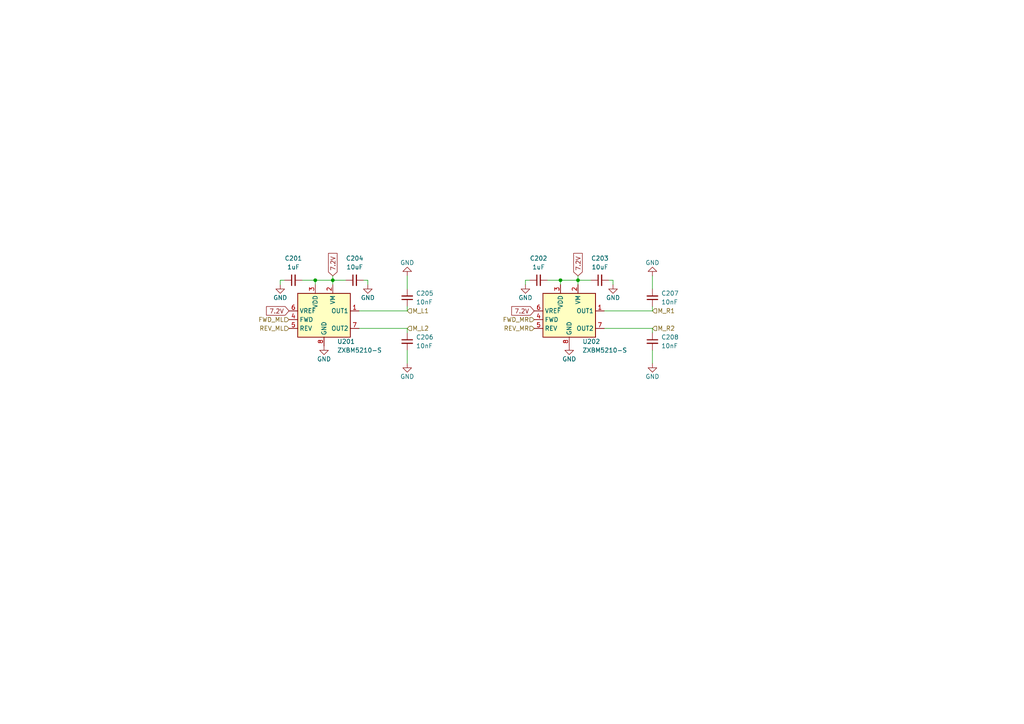
<source format=kicad_sch>
(kicad_sch (version 20230121) (generator eeschema)
  (paper "A4")
  (title_block (title "robot") (date "2023-09-19") (rev "Dorian, Gael, Clément, Laksan") (company "ENSEA"))
  (lib_symbols
    (symbol "Device:C_Small" (pin_numbers hide) (pin_names (offset 0.254) hide)
      (property "Reference" "C" (at 0.254 1.778 0))
      (property "Value" "C_Small" (at 0.254 -2.032 0))
      (symbol "C_Small_0_1"
        (polyline (pts (xy -1.524 -0.508) (xy 1.524 -0.508)) (stroke (width 0.3302)))
        (polyline (pts (xy -1.524 0.508) (xy 1.524 0.508)) (stroke (width 0.3048)))
      )
      (symbol "C_Small_1_1"
        (pin passive line (at 0 2.54 270) (length 2.032) (name "~") (number "1"))
        (pin passive line (at 0 -2.54 90) (length 2.032) (name "~") (number "2"))
      )
    )
    (symbol "Driver_Motor:ZXBM5210-S"
      (property "Reference" "U" (at -7.62 8.89 0))
      (property "Value" "ZXBM5210-S" (at 10.16 8.89 0))
      (symbol "ZXBM5210-S_0_0"
        (pin output line (at 10.16 2.54 180) (length 2.54) (name "OUT1") (number "1"))
        (pin power_in line (at 2.54 10.16 270) (length 2.54) (name "VM") (number "2"))
        (pin power_in line (at -2.54 10.16 270) (length 2.54) (name "VDD") (number "3"))
        (pin input line (at -10.16 0 0) (length 2.54) (name "FWD") (number "4"))
        (pin input line (at -10.16 -2.54 0) (length 2.54) (name "REV") (number "5"))
        (pin input line (at -10.16 2.54 0) (length 2.54) (name "VREF") (number "6"))
        (pin output line (at 10.16 -2.54 180) (length 2.54) (name "OUT2") (number "7"))
        (pin power_in line (at 0 -7.62 90) (length 2.54) (name "GND") (number "8"))
      )
      (symbol "ZXBM5210-S_0_1"
        (rectangle (start -7.62 7.62) (end 7.62 -5.08) (stroke (width 0.254)) (fill (type background)))
      )
    )
    (symbol "power:GND" (power) (pin_names (offset 0))
      (property "Value" "GND" (at 0 -3.81 0))
      (symbol "GND_0_1"
        (polyline (pts (xy 0 0) (xy 0 -1.27) (xy 1.27 -1.27) (xy 0 -2.54) (xy -1.27 -1.27) (xy 0 -1.27)))
      )
      (symbol "GND_1_1"
        (pin power_in line (at 0 0 270) (length 0) hide (name "GND") (number "1"))
      )
    )
  )
  (junction (at 91.44 81.28))
  (junction (at 96.52 81.28))
  (junction (at 167.64 81.28))
  (junction (at 162.56 81.28))
  (wire (pts (xy 189.23 101.6) (xy 189.23 105.41)))
  (wire (pts (xy 162.56 81.28) (xy 167.64 81.28)))
  (wire (pts (xy 167.64 81.28) (xy 171.45 81.28)))
  (wire (pts (xy 118.11 80.01) (xy 118.11 83.82)))
  (wire (pts (xy 189.23 90.17) (xy 175.26 90.17)))
  (wire (pts (xy 118.11 96.52) (xy 118.11 95.25)))
  (wire (pts (xy 81.28 81.28) (xy 81.28 82.55)))
  (wire (pts (xy 91.44 81.28) (xy 96.52 81.28)))
  (wire (pts (xy 152.4 81.28) (xy 152.4 82.55)))
  (wire (pts (xy 189.23 95.25) (xy 175.26 95.25)))
  (wire (pts (xy 105.41 81.28) (xy 106.68 81.28)))
  (wire (pts (xy 82.55 81.28) (xy 81.28 81.28)))
  (wire (pts (xy 167.64 80.01) (xy 167.64 81.28)))
  (wire (pts (xy 96.52 81.28) (xy 96.52 82.55)))
  (wire (pts (xy 118.11 90.17) (xy 104.14 90.17)))
  (wire (pts (xy 189.23 80.01) (xy 189.23 83.82)))
  (wire (pts (xy 162.56 82.55) (xy 162.56 81.28)))
  (wire (pts (xy 96.52 81.28) (xy 100.33 81.28)))
  (wire (pts (xy 118.11 101.6) (xy 118.11 105.41)))
  (wire (pts (xy 158.75 81.28) (xy 162.56 81.28)))
  (wire (pts (xy 96.52 80.01) (xy 96.52 81.28)))
  (wire (pts (xy 176.53 81.28) (xy 177.8 81.28)))
  (wire (pts (xy 189.23 96.52) (xy 189.23 95.25)))
  (wire (pts (xy 106.68 81.28) (xy 106.68 82.55)))
  (wire (pts (xy 153.67 81.28) (xy 152.4 81.28)))
  (wire (pts (xy 177.8 81.28) (xy 177.8 82.55)))
  (wire (pts (xy 91.44 82.55) (xy 91.44 81.28)))
  (wire (pts (xy 118.11 88.9) (xy 118.11 90.17)))
  (wire (pts (xy 87.63 81.28) (xy 91.44 81.28)))
  (wire (pts (xy 118.11 95.25) (xy 104.14 95.25)))
  (wire (pts (xy 189.23 88.9) (xy 189.23 90.17)))
  (wire (pts (xy 167.64 81.28) (xy 167.64 82.55)))
  (global_label "7.2V" (shape input) (at 83.82 90.17 180) (property "Intersheetrefs" "${INTERSHEET_REFS}" (effects hide)))
  (global_label "7.2V" (shape input) (at 96.52 80.01 90) (property "Intersheetrefs" "${INTERSHEET_REFS}" (effects hide)))
  (global_label "7.2V" (shape input) (at 154.94 90.17 180) (property "Intersheetrefs" "${INTERSHEET_REFS}" (effects hide)))
  (global_label "7.2V" (shape input) (at 167.64 80.01 90) (property "Intersheetrefs" "${INTERSHEET_REFS}" (effects hide)))
  (hierarchical_label "M_L1" (shape input) (at 118.11 90.17 0))
  (hierarchical_label "REV_MR" (shape input) (at 154.94 95.25 180))
  (hierarchical_label "REV_ML" (shape input) (at 83.82 95.25 180))
  (hierarchical_label "M_R1" (shape input) (at 189.23 90.17 0))
  (hierarchical_label "M_L2" (shape input) (at 118.11 95.25 0))
  (hierarchical_label "M_R2" (shape input) (at 189.23 95.25 0))
  (hierarchical_label "FWD_ML" (shape input) (at 83.82 92.71 180))
  (hierarchical_label "FWD_MR" (shape input) (at 154.94 92.71 180))
  (symbol (lib_id "Driver_Motor:ZXBM5210-S") (at 93.98 92.71 0) (unit 1)
    (property "Reference" "U201" (at 97.79 99.06 0) (effects (justify left)))
    (property "Value" "ZXBM5210-S" (at 97.79 101.6 0) (effects (justify left)))
    (property "Footprint" "Package_SO:SOIC-8_3.9x4.9mm_P1.27mm" (effects hide))
    (property "Datasheet" "https://www.diodes.com/assets/Datasheets/ZXBM5210.pdf" (effects hide))
    (instances (project "robot" (path "" (reference "U201") (unit 1))) (project "robot" (path "" (reference "U301") (unit 1))) (project "Moteur" (path "" (reference "U201") (unit 1))))
  )
  (symbol (lib_id "Device:C_Small") (at 85.09 81.28 90) (unit 1)
    (property "Reference" "C201" (at 85.0963 74.93 90))
    (property "Value" "1uF" (at 85.0963 77.47 90))
    (property "Footprint" "Capacitor_SMD:C_0603_1608Metric_Pad1.08x0.95mm_HandSolder" (effects hide))
    (instances (project "robot" (path "" (reference "C201") (unit 1))) (project "robot" (path "" (reference "C301") (unit 1))) (project "Moteur" (path "" (reference "C201") (unit 1))))
  )
  (symbol (lib_id "power:GND") (at 189.23 80.01 180) (unit 1)
    (property "Reference" "#PWR0207" (effects hide))
    (property "Value" "GND" (at 189.23 76.2 0))
    (instances (project "robot" (path "" (reference "#PWR0207") (unit 1))) (project "robot" (path "" (reference "#PWR0310") (unit 1))) (project "Moteur" (path "" (reference "#PWR0207") (unit 1))))
  )
  (symbol (lib_id "Driver_Motor:ZXBM5210-S") (at 165.1 92.71 0) (unit 1)
    (property "Reference" "U202" (at 168.91 99.06 0) (effects (justify left)))
    (property "Value" "ZXBM5210-S" (at 168.91 101.6 0) (effects (justify left)))
    (property "Footprint" "Package_SO:SOIC-8_3.9x4.9mm_P1.27mm" (effects hide))
    (property "Datasheet" "https://www.diodes.com/assets/Datasheets/ZXBM5210.pdf" (effects hide))
    (instances (project "robot" (path "" (reference "U202") (unit 1))) (project "robot" (path "" (reference "U302") (unit 1))) (project "Moteur" (path "" (reference "U202") (unit 1))))
  )
  (symbol (lib_id "power:GND") (at 165.1 100.33 0) (unit 1)
    (property "Reference" "#PWR0203" (effects hide))
    (property "Value" "GND" (at 165.1 104.14 0))
    (instances (project "robot" (path "" (reference "#PWR0203") (unit 1))) (project "robot" (path "" (reference "#PWR0305") (unit 1))) (project "Moteur" (path "" (reference "#PWR0203") (unit 1))))
  )
  (symbol (lib_id "power:GND") (at 152.4 82.55 0) (unit 1)
    (property "Reference" "#PWR0202" (effects hide))
    (property "Value" "GND" (at 152.4 86.36 0))
    (instances (project "robot" (path "" (reference "#PWR0202") (unit 1))) (project "robot" (path "" (reference "#PWR0304") (unit 1))) (project "Moteur" (path "" (reference "#PWR0202") (unit 1))))
  )
  (symbol (lib_id "Device:C_Small") (at 173.99 81.28 90) (unit 1)
    (property "Reference" "C203" (at 173.9963 74.93 90))
    (property "Value" "10uF" (at 173.9963 77.47 90))
    (property "Footprint" "Capacitor_SMD:C_0603_1608Metric_Pad1.08x0.95mm_HandSolder" (effects hide))
    (instances (project "robot" (path "" (reference "C203") (unit 1))) (project "robot" (path "" (reference "C306") (unit 1))) (project "Moteur" (path "" (reference "C203") (unit 1))))
  )
  (symbol (lib_id "Device:C_Small") (at 118.11 86.36 180) (unit 1)
    (property "Reference" "C205" (at 120.65 85.0836 0) (effects (justify right)))
    (property "Value" "10nF" (at 120.65 87.6236 0) (effects (justify right)))
    (property "Footprint" "Capacitor_SMD:C_0603_1608Metric_Pad1.08x0.95mm_HandSolder" (effects hide))
    (instances (project "robot" (path "" (reference "C205") (unit 1))) (project "robot" (path "" (reference "C303") (unit 1))) (project "Moteur" (path "" (reference "C205") (unit 1))))
  )
  (symbol (lib_id "Device:C_Small") (at 118.11 99.06 0) (unit 1)
    (property "Reference" "C206" (at 120.65 97.7963 0) (effects (justify left)))
    (property "Value" "10nF" (at 120.65 100.3363 0) (effects (justify left)))
    (property "Footprint" "Capacitor_SMD:C_0603_1608Metric_Pad1.08x0.95mm_HandSolder" (effects hide))
    (instances (project "robot" (path "" (reference "C206") (unit 1))) (project "robot" (path "" (reference "C304") (unit 1))) (project "Moteur" (path "" (reference "C206") (unit 1))))
  )
  (symbol (lib_id "power:GND") (at 81.28 82.55 0) (unit 1)
    (property "Reference" "#PWR0205" (effects hide))
    (property "Value" "GND" (at 81.28 86.36 0))
    (instances (project "robot" (path "" (reference "#PWR0205") (unit 1))) (project "robot" (path "" (reference "#PWR0301") (unit 1))) (project "Moteur" (path "" (reference "#PWR0205") (unit 1))))
  )
  (symbol (lib_id "power:GND") (at 118.11 80.01 180) (unit 1)
    (property "Reference" "#PWR0207" (effects hide))
    (property "Value" "GND" (at 118.11 76.2 0))
    (instances (project "robot" (path "" (reference "#PWR0207") (unit 1))) (project "robot" (path "" (reference "#PWR0308") (unit 1))) (project "Moteur" (path "" (reference "#PWR0207") (unit 1))))
  )
  (symbol (lib_id "power:GND") (at 106.68 82.55 0) (unit 1)
    (property "Reference" "#PWR0207" (effects hide))
    (property "Value" "GND" (at 106.68 86.36 0))
    (instances (project "robot" (path "" (reference "#PWR0207") (unit 1))) (project "robot" (path "" (reference "#PWR0303") (unit 1))) (project "Moteur" (path "" (reference "#PWR0207") (unit 1))))
  )
  (symbol (lib_id "Device:C_Small") (at 102.87 81.28 90) (unit 1)
    (property "Reference" "C204" (at 102.8763 74.93 90))
    (property "Value" "10uF" (at 102.8763 77.47 90))
    (property "Footprint" "Capacitor_SMD:C_0603_1608Metric_Pad1.08x0.95mm_HandSolder" (effects hide))
    (instances (project "robot" (path "" (reference "C204") (unit 1))) (project "robot" (path "" (reference "C302") (unit 1))) (project "Moteur" (path "" (reference "C204") (unit 1))))
  )
  (symbol (lib_id "power:GND") (at 177.8 82.55 0) (unit 1)
    (property "Reference" "#PWR0204" (effects hide))
    (property "Value" "GND" (at 177.8 86.36 0))
    (instances (project "robot" (path "" (reference "#PWR0204") (unit 1))) (project "robot" (path "" (reference "#PWR0306") (unit 1))) (project "Moteur" (path "" (reference "#PWR0204") (unit 1))))
  )
  (symbol (lib_id "power:GND") (at 118.11 105.41 0) (unit 1)
    (property "Reference" "#PWR0207" (effects hide))
    (property "Value" "GND" (at 118.11 109.22 0))
    (instances (project "robot" (path "" (reference "#PWR0207") (unit 1))) (project "robot" (path "" (reference "#PWR0307") (unit 1))) (project "Moteur" (path "" (reference "#PWR0207") (unit 1))))
  )
  (symbol (lib_id "Device:C_Small") (at 189.23 99.06 0) (unit 1)
    (property "Reference" "C208" (at 191.77 97.7963 0) (effects (justify left)))
    (property "Value" "10nF" (at 191.77 100.3363 0) (effects (justify left)))
    (property "Footprint" "Capacitor_SMD:C_0603_1608Metric_Pad1.08x0.95mm_HandSolder" (effects hide))
    (instances (project "robot" (path "" (reference "C208") (unit 1))) (project "robot" (path "" (reference "C308") (unit 1))) (project "Moteur" (path "" (reference "C208") (unit 1))))
  )
  (symbol (lib_id "power:GND") (at 93.98 100.33 0) (unit 1)
    (property "Reference" "#PWR0201" (effects hide))
    (property "Value" "GND" (at 93.98 104.14 0))
    (instances (project "robot" (path "" (reference "#PWR0201") (unit 1))) (project "robot" (path "" (reference "#PWR0302") (unit 1))) (project "Moteur" (path "" (reference "#PWR0201") (unit 1))))
  )
  (symbol (lib_id "power:GND") (at 189.23 105.41 0) (unit 1)
    (property "Reference" "#PWR0207" (effects hide))
    (property "Value" "GND" (at 189.23 109.22 0))
    (instances (project "robot" (path "" (reference "#PWR0207") (unit 1))) (project "robot" (path "" (reference "#PWR0309") (unit 1))) (project "Moteur" (path "" (reference "#PWR0207") (unit 1))))
  )
  (symbol (lib_id "Device:C_Small") (at 189.23 86.36 180) (unit 1)
    (property "Reference" "C207" (at 191.77 85.0836 0) (effects (justify right)))
    (property "Value" "10nF" (at 191.77 87.6236 0) (effects (justify right)))
    (property "Footprint" "Capacitor_SMD:C_0603_1608Metric_Pad1.08x0.95mm_HandSolder" (effects hide))
    (instances (project "robot" (path "" (reference "C207") (unit 1))) (project "robot" (path "" (reference "C307") (unit 1))) (project "Moteur" (path "" (reference "C207") (unit 1))))
  )
  (symbol (lib_id "Device:C_Small") (at 156.21 81.28 90) (unit 1)
    (property "Reference" "C202" (at 156.2163 74.93 90))
    (property "Value" "1uF" (at 156.2163 77.47 90))
    (property "Footprint" "Capacitor_SMD:C_0603_1608Metric_Pad1.08x0.95mm_HandSolder" (effects hide))
    (instances (project "robot" (path "" (reference "C202") (unit 1))) (project "robot" (path "" (reference "C305") (unit 1))) (project "Moteur" (path "" (reference "C202") (unit 1))))
  )
)
</source>
